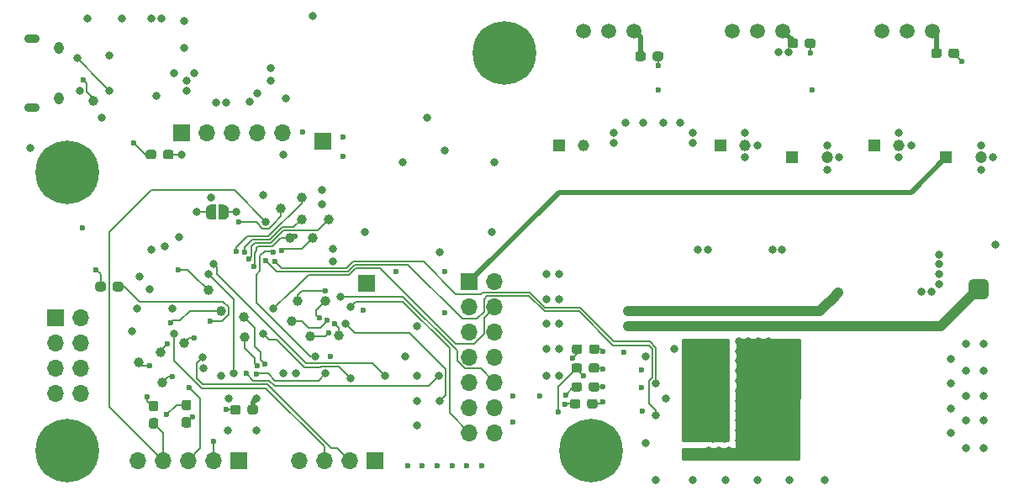
<source format=gbr>
%TF.GenerationSoftware,KiCad,Pcbnew,(5.1.10)-1*%
%TF.CreationDate,2021-10-12T11:10:30+01:00*%
%TF.ProjectId,RDH,5244482e-6b69-4636-9164-5f7063625858,rev?*%
%TF.SameCoordinates,Original*%
%TF.FileFunction,Copper,L4,Bot*%
%TF.FilePolarity,Positive*%
%FSLAX46Y46*%
G04 Gerber Fmt 4.6, Leading zero omitted, Abs format (unit mm)*
G04 Created by KiCad (PCBNEW (5.1.10)-1) date 2021-10-12 11:10:30*
%MOMM*%
%LPD*%
G01*
G04 APERTURE LIST*
%TA.AperFunction,SMDPad,CuDef*%
%ADD10C,1.000000*%
%TD*%
%TA.AperFunction,ComponentPad*%
%ADD11R,1.700000X1.700000*%
%TD*%
%TA.AperFunction,ComponentPad*%
%ADD12O,1.700000X1.700000*%
%TD*%
%TA.AperFunction,ComponentPad*%
%ADD13O,1.550000X0.890000*%
%TD*%
%TA.AperFunction,ComponentPad*%
%ADD14O,0.950000X1.250000*%
%TD*%
%TA.AperFunction,ComponentPad*%
%ADD15C,0.800000*%
%TD*%
%TA.AperFunction,ComponentPad*%
%ADD16C,6.400000*%
%TD*%
%TA.AperFunction,ComponentPad*%
%ADD17C,1.150000*%
%TD*%
%TA.AperFunction,ComponentPad*%
%ADD18R,1.150000X1.150000*%
%TD*%
%TA.AperFunction,ComponentPad*%
%ADD19C,1.200000*%
%TD*%
%TA.AperFunction,ComponentPad*%
%ADD20R,1.200000X1.200000*%
%TD*%
%TA.AperFunction,ComponentPad*%
%ADD21C,1.500000*%
%TD*%
%TA.AperFunction,SMDPad,CuDef*%
%ADD22C,0.100000*%
%TD*%
%TA.AperFunction,ViaPad*%
%ADD23C,0.600000*%
%TD*%
%TA.AperFunction,ViaPad*%
%ADD24C,0.800000*%
%TD*%
%TA.AperFunction,Conductor*%
%ADD25C,0.500000*%
%TD*%
%TA.AperFunction,Conductor*%
%ADD26C,0.200000*%
%TD*%
%TA.AperFunction,Conductor*%
%ADD27C,0.160000*%
%TD*%
%TA.AperFunction,Conductor*%
%ADD28C,1.000000*%
%TD*%
%TA.AperFunction,Conductor*%
%ADD29C,0.254000*%
%TD*%
%TA.AperFunction,Conductor*%
%ADD30C,0.100000*%
%TD*%
G04 APERTURE END LIST*
D10*
%TO.P,id,1*%
%TO.N,Net-(J4-Pad4)*%
X32600000Y-59800000D03*
%TD*%
D11*
%TO.P,J5,1*%
%TO.N,+3V3*%
X47250000Y-96000000D03*
D12*
%TO.P,J5,2*%
%TO.N,IR_TX*%
X44710000Y-96000000D03*
%TO.P,J5,3*%
%TO.N,IR_RX*%
X42170000Y-96000000D03*
%TO.P,J5,4*%
%TO.N,IR_SD*%
X39630000Y-96000000D03*
%TO.P,J5,5*%
%TO.N,GND*%
X37090000Y-96000000D03*
%TD*%
%TO.P,R22,2*%
%TO.N,Net-(D23-Pad2)*%
%TA.AperFunction,SMDPad,CuDef*%
G36*
G01*
X41762500Y-91650000D02*
X42237500Y-91650000D01*
G75*
G02*
X42475000Y-91887500I0J-237500D01*
G01*
X42475000Y-92462500D01*
G75*
G02*
X42237500Y-92700000I-237500J0D01*
G01*
X41762500Y-92700000D01*
G75*
G02*
X41525000Y-92462500I0J237500D01*
G01*
X41525000Y-91887500D01*
G75*
G02*
X41762500Y-91650000I237500J0D01*
G01*
G37*
%TD.AperFunction*%
%TO.P,R22,1*%
%TO.N,+3V3*%
%TA.AperFunction,SMDPad,CuDef*%
G36*
G01*
X41762500Y-89900000D02*
X42237500Y-89900000D01*
G75*
G02*
X42475000Y-90137500I0J-237500D01*
G01*
X42475000Y-90712500D01*
G75*
G02*
X42237500Y-90950000I-237500J0D01*
G01*
X41762500Y-90950000D01*
G75*
G02*
X41525000Y-90712500I0J237500D01*
G01*
X41525000Y-90137500D01*
G75*
G02*
X41762500Y-89900000I237500J0D01*
G01*
G37*
%TD.AperFunction*%
%TD*%
%TO.P,R21,2*%
%TO.N,GND*%
%TA.AperFunction,SMDPad,CuDef*%
G36*
G01*
X48150000Y-91137500D02*
X48150000Y-90662500D01*
G75*
G02*
X48387500Y-90425000I237500J0D01*
G01*
X48962500Y-90425000D01*
G75*
G02*
X49200000Y-90662500I0J-237500D01*
G01*
X49200000Y-91137500D01*
G75*
G02*
X48962500Y-91375000I-237500J0D01*
G01*
X48387500Y-91375000D01*
G75*
G02*
X48150000Y-91137500I0J237500D01*
G01*
G37*
%TD.AperFunction*%
%TO.P,R21,1*%
%TO.N,Net-(D22-Pad1)*%
%TA.AperFunction,SMDPad,CuDef*%
G36*
G01*
X46400000Y-91137500D02*
X46400000Y-90662500D01*
G75*
G02*
X46637500Y-90425000I237500J0D01*
G01*
X47212500Y-90425000D01*
G75*
G02*
X47450000Y-90662500I0J-237500D01*
G01*
X47450000Y-91137500D01*
G75*
G02*
X47212500Y-91375000I-237500J0D01*
G01*
X46637500Y-91375000D01*
G75*
G02*
X46400000Y-91137500I0J237500D01*
G01*
G37*
%TD.AperFunction*%
%TD*%
%TO.P,R19,2*%
%TO.N,IR_SD*%
%TA.AperFunction,SMDPad,CuDef*%
G36*
G01*
X38462500Y-91750000D02*
X38937500Y-91750000D01*
G75*
G02*
X39175000Y-91987500I0J-237500D01*
G01*
X39175000Y-92562500D01*
G75*
G02*
X38937500Y-92800000I-237500J0D01*
G01*
X38462500Y-92800000D01*
G75*
G02*
X38225000Y-92562500I0J237500D01*
G01*
X38225000Y-91987500D01*
G75*
G02*
X38462500Y-91750000I237500J0D01*
G01*
G37*
%TD.AperFunction*%
%TO.P,R19,1*%
%TO.N,Net-(D20-Pad1)*%
%TA.AperFunction,SMDPad,CuDef*%
G36*
G01*
X38462500Y-90000000D02*
X38937500Y-90000000D01*
G75*
G02*
X39175000Y-90237500I0J-237500D01*
G01*
X39175000Y-90812500D01*
G75*
G02*
X38937500Y-91050000I-237500J0D01*
G01*
X38462500Y-91050000D01*
G75*
G02*
X38225000Y-90812500I0J237500D01*
G01*
X38225000Y-90237500D01*
G75*
G02*
X38462500Y-90000000I237500J0D01*
G01*
G37*
%TD.AperFunction*%
%TD*%
%TO.P,REF\u002A\u002A,8*%
%TO.N,N/C*%
X31340000Y-89220000D03*
%TO.P,REF\u002A\u002A,7*%
X28800000Y-89220000D03*
%TO.P,REF\u002A\u002A,6*%
X31340000Y-86680000D03*
%TO.P,REF\u002A\u002A,5*%
X28800000Y-86680000D03*
%TO.P,REF\u002A\u002A,4*%
X31340000Y-84140000D03*
%TO.P,REF\u002A\u002A,3*%
X28800000Y-84140000D03*
%TO.P,REF\u002A\u002A,2*%
%TO.N,GND*%
X31340000Y-81600000D03*
D11*
%TO.P,REF\u002A\u002A,1*%
%TO.N,+3V3*%
X28800000Y-81600000D03*
%TD*%
%TO.P,R23,2*%
%TO.N,Net-(D24-Pad2)*%
%TA.AperFunction,SMDPad,CuDef*%
G36*
G01*
X33875000Y-78262500D02*
X33875000Y-78737500D01*
G75*
G02*
X33637500Y-78975000I-237500J0D01*
G01*
X33062500Y-78975000D01*
G75*
G02*
X32825000Y-78737500I0J237500D01*
G01*
X32825000Y-78262500D01*
G75*
G02*
X33062500Y-78025000I237500J0D01*
G01*
X33637500Y-78025000D01*
G75*
G02*
X33875000Y-78262500I0J-237500D01*
G01*
G37*
%TD.AperFunction*%
%TO.P,R23,1*%
%TO.N,ERROR_LED*%
%TA.AperFunction,SMDPad,CuDef*%
G36*
G01*
X35625000Y-78262500D02*
X35625000Y-78737500D01*
G75*
G02*
X35387500Y-78975000I-237500J0D01*
G01*
X34812500Y-78975000D01*
G75*
G02*
X34575000Y-78737500I0J237500D01*
G01*
X34575000Y-78262500D01*
G75*
G02*
X34812500Y-78025000I237500J0D01*
G01*
X35387500Y-78025000D01*
G75*
G02*
X35625000Y-78262500I0J-237500D01*
G01*
G37*
%TD.AperFunction*%
%TD*%
%TO.P,R20,2*%
%TO.N,Net-(D21-Pad2)*%
%TA.AperFunction,SMDPad,CuDef*%
G36*
G01*
X118750000Y-55237500D02*
X118750000Y-54762500D01*
G75*
G02*
X118987500Y-54525000I237500J0D01*
G01*
X119562500Y-54525000D01*
G75*
G02*
X119800000Y-54762500I0J-237500D01*
G01*
X119800000Y-55237500D01*
G75*
G02*
X119562500Y-55475000I-237500J0D01*
G01*
X118987500Y-55475000D01*
G75*
G02*
X118750000Y-55237500I0J237500D01*
G01*
G37*
%TD.AperFunction*%
%TO.P,R20,1*%
%TO.N,+12V*%
%TA.AperFunction,SMDPad,CuDef*%
G36*
G01*
X117000000Y-55237500D02*
X117000000Y-54762500D01*
G75*
G02*
X117237500Y-54525000I237500J0D01*
G01*
X117812500Y-54525000D01*
G75*
G02*
X118050000Y-54762500I0J-237500D01*
G01*
X118050000Y-55237500D01*
G75*
G02*
X117812500Y-55475000I-237500J0D01*
G01*
X117237500Y-55475000D01*
G75*
G02*
X117000000Y-55237500I0J237500D01*
G01*
G37*
%TD.AperFunction*%
%TD*%
%TO.P,R18,2*%
%TO.N,Net-(D19-Pad2)*%
%TA.AperFunction,SMDPad,CuDef*%
G36*
G01*
X88950000Y-55537500D02*
X88950000Y-55062500D01*
G75*
G02*
X89187500Y-54825000I237500J0D01*
G01*
X89762500Y-54825000D01*
G75*
G02*
X90000000Y-55062500I0J-237500D01*
G01*
X90000000Y-55537500D01*
G75*
G02*
X89762500Y-55775000I-237500J0D01*
G01*
X89187500Y-55775000D01*
G75*
G02*
X88950000Y-55537500I0J237500D01*
G01*
G37*
%TD.AperFunction*%
%TO.P,R18,1*%
%TO.N,+5V*%
%TA.AperFunction,SMDPad,CuDef*%
G36*
G01*
X87200000Y-55537500D02*
X87200000Y-55062500D01*
G75*
G02*
X87437500Y-54825000I237500J0D01*
G01*
X88012500Y-54825000D01*
G75*
G02*
X88250000Y-55062500I0J-237500D01*
G01*
X88250000Y-55537500D01*
G75*
G02*
X88012500Y-55775000I-237500J0D01*
G01*
X87437500Y-55775000D01*
G75*
G02*
X87200000Y-55537500I0J237500D01*
G01*
G37*
%TD.AperFunction*%
%TD*%
%TO.P,R17,2*%
%TO.N,Net-(D18-Pad2)*%
%TA.AperFunction,SMDPad,CuDef*%
G36*
G01*
X38950000Y-64962500D02*
X38950000Y-65437500D01*
G75*
G02*
X38712500Y-65675000I-237500J0D01*
G01*
X38137500Y-65675000D01*
G75*
G02*
X37900000Y-65437500I0J237500D01*
G01*
X37900000Y-64962500D01*
G75*
G02*
X38137500Y-64725000I237500J0D01*
G01*
X38712500Y-64725000D01*
G75*
G02*
X38950000Y-64962500I0J-237500D01*
G01*
G37*
%TD.AperFunction*%
%TO.P,R17,1*%
%TO.N,+3V3*%
%TA.AperFunction,SMDPad,CuDef*%
G36*
G01*
X40700000Y-64962500D02*
X40700000Y-65437500D01*
G75*
G02*
X40462500Y-65675000I-237500J0D01*
G01*
X39887500Y-65675000D01*
G75*
G02*
X39650000Y-65437500I0J237500D01*
G01*
X39650000Y-64962500D01*
G75*
G02*
X39887500Y-64725000I237500J0D01*
G01*
X40462500Y-64725000D01*
G75*
G02*
X40700000Y-64962500I0J-237500D01*
G01*
G37*
%TD.AperFunction*%
%TD*%
%TO.P,R16,2*%
%TO.N,OUT_4*%
%TA.AperFunction,SMDPad,CuDef*%
G36*
G01*
X81650000Y-90062500D02*
X81650000Y-90537500D01*
G75*
G02*
X81412500Y-90775000I-237500J0D01*
G01*
X80837500Y-90775000D01*
G75*
G02*
X80600000Y-90537500I0J237500D01*
G01*
X80600000Y-90062500D01*
G75*
G02*
X80837500Y-89825000I237500J0D01*
G01*
X81412500Y-89825000D01*
G75*
G02*
X81650000Y-90062500I0J-237500D01*
G01*
G37*
%TD.AperFunction*%
%TO.P,R16,1*%
%TO.N,Net-(D17-Pad2)*%
%TA.AperFunction,SMDPad,CuDef*%
G36*
G01*
X83400000Y-90062500D02*
X83400000Y-90537500D01*
G75*
G02*
X83162500Y-90775000I-237500J0D01*
G01*
X82587500Y-90775000D01*
G75*
G02*
X82350000Y-90537500I0J237500D01*
G01*
X82350000Y-90062500D01*
G75*
G02*
X82587500Y-89825000I237500J0D01*
G01*
X83162500Y-89825000D01*
G75*
G02*
X83400000Y-90062500I0J-237500D01*
G01*
G37*
%TD.AperFunction*%
%TD*%
%TO.P,R15,2*%
%TO.N,OUT_3*%
%TA.AperFunction,SMDPad,CuDef*%
G36*
G01*
X81825000Y-88362500D02*
X81825000Y-88837500D01*
G75*
G02*
X81587500Y-89075000I-237500J0D01*
G01*
X81012500Y-89075000D01*
G75*
G02*
X80775000Y-88837500I0J237500D01*
G01*
X80775000Y-88362500D01*
G75*
G02*
X81012500Y-88125000I237500J0D01*
G01*
X81587500Y-88125000D01*
G75*
G02*
X81825000Y-88362500I0J-237500D01*
G01*
G37*
%TD.AperFunction*%
%TO.P,R15,1*%
%TO.N,Net-(D16-Pad2)*%
%TA.AperFunction,SMDPad,CuDef*%
G36*
G01*
X83575000Y-88362500D02*
X83575000Y-88837500D01*
G75*
G02*
X83337500Y-89075000I-237500J0D01*
G01*
X82762500Y-89075000D01*
G75*
G02*
X82525000Y-88837500I0J237500D01*
G01*
X82525000Y-88362500D01*
G75*
G02*
X82762500Y-88125000I237500J0D01*
G01*
X83337500Y-88125000D01*
G75*
G02*
X83575000Y-88362500I0J-237500D01*
G01*
G37*
%TD.AperFunction*%
%TD*%
%TO.P,R14,2*%
%TO.N,OUT_2*%
%TA.AperFunction,SMDPad,CuDef*%
G36*
G01*
X81825000Y-86462500D02*
X81825000Y-86937500D01*
G75*
G02*
X81587500Y-87175000I-237500J0D01*
G01*
X81012500Y-87175000D01*
G75*
G02*
X80775000Y-86937500I0J237500D01*
G01*
X80775000Y-86462500D01*
G75*
G02*
X81012500Y-86225000I237500J0D01*
G01*
X81587500Y-86225000D01*
G75*
G02*
X81825000Y-86462500I0J-237500D01*
G01*
G37*
%TD.AperFunction*%
%TO.P,R14,1*%
%TO.N,Net-(D15-Pad2)*%
%TA.AperFunction,SMDPad,CuDef*%
G36*
G01*
X83575000Y-86462500D02*
X83575000Y-86937500D01*
G75*
G02*
X83337500Y-87175000I-237500J0D01*
G01*
X82762500Y-87175000D01*
G75*
G02*
X82525000Y-86937500I0J237500D01*
G01*
X82525000Y-86462500D01*
G75*
G02*
X82762500Y-86225000I237500J0D01*
G01*
X83337500Y-86225000D01*
G75*
G02*
X83575000Y-86462500I0J-237500D01*
G01*
G37*
%TD.AperFunction*%
%TD*%
%TO.P,R6,2*%
%TO.N,OUT_1*%
%TA.AperFunction,SMDPad,CuDef*%
G36*
G01*
X81850000Y-84562500D02*
X81850000Y-85037500D01*
G75*
G02*
X81612500Y-85275000I-237500J0D01*
G01*
X81037500Y-85275000D01*
G75*
G02*
X80800000Y-85037500I0J237500D01*
G01*
X80800000Y-84562500D01*
G75*
G02*
X81037500Y-84325000I237500J0D01*
G01*
X81612500Y-84325000D01*
G75*
G02*
X81850000Y-84562500I0J-237500D01*
G01*
G37*
%TD.AperFunction*%
%TO.P,R6,1*%
%TO.N,Net-(D14-Pad2)*%
%TA.AperFunction,SMDPad,CuDef*%
G36*
G01*
X83600000Y-84562500D02*
X83600000Y-85037500D01*
G75*
G02*
X83362500Y-85275000I-237500J0D01*
G01*
X82787500Y-85275000D01*
G75*
G02*
X82550000Y-85037500I0J237500D01*
G01*
X82550000Y-84562500D01*
G75*
G02*
X82787500Y-84325000I237500J0D01*
G01*
X83362500Y-84325000D01*
G75*
G02*
X83600000Y-84562500I0J-237500D01*
G01*
G37*
%TD.AperFunction*%
%TD*%
%TO.P,R5,2*%
%TO.N,Net-(D13-Pad2)*%
%TA.AperFunction,SMDPad,CuDef*%
G36*
G01*
X104275000Y-54237500D02*
X104275000Y-53762500D01*
G75*
G02*
X104512500Y-53525000I237500J0D01*
G01*
X105087500Y-53525000D01*
G75*
G02*
X105325000Y-53762500I0J-237500D01*
G01*
X105325000Y-54237500D01*
G75*
G02*
X105087500Y-54475000I-237500J0D01*
G01*
X104512500Y-54475000D01*
G75*
G02*
X104275000Y-54237500I0J237500D01*
G01*
G37*
%TD.AperFunction*%
%TO.P,R5,1*%
%TO.N,JRK_12V*%
%TA.AperFunction,SMDPad,CuDef*%
G36*
G01*
X102525000Y-54237500D02*
X102525000Y-53762500D01*
G75*
G02*
X102762500Y-53525000I237500J0D01*
G01*
X103337500Y-53525000D01*
G75*
G02*
X103575000Y-53762500I0J-237500D01*
G01*
X103575000Y-54237500D01*
G75*
G02*
X103337500Y-54475000I-237500J0D01*
G01*
X102762500Y-54475000D01*
G75*
G02*
X102525000Y-54237500I0J237500D01*
G01*
G37*
%TD.AperFunction*%
%TD*%
%TO.P,J9,1*%
%TO.N,MCO*%
X60100000Y-78200000D03*
%TD*%
%TO.P,J6,1*%
%TO.N,SWO*%
X55700000Y-63900000D03*
%TD*%
D13*
%TO.P,J4,6*%
%TO.N,USB_SHD*%
X26450000Y-60500000D03*
X26450000Y-53500000D03*
D14*
X29150000Y-59500000D03*
X29150000Y-54500000D03*
%TD*%
D15*
%TO.P,H4,1*%
%TO.N,GND*%
X84447056Y-93302944D03*
X82750000Y-92600000D03*
X81052944Y-93302944D03*
X80350000Y-95000000D03*
X81052944Y-96697056D03*
X82750000Y-97400000D03*
X84447056Y-96697056D03*
X85150000Y-95000000D03*
D16*
X82750000Y-95000000D03*
%TD*%
D15*
%TO.P,H3,1*%
%TO.N,GND*%
X75697056Y-53302944D03*
X74000000Y-52600000D03*
X72302944Y-53302944D03*
X71600000Y-55000000D03*
X72302944Y-56697056D03*
X74000000Y-57400000D03*
X75697056Y-56697056D03*
X76400000Y-55000000D03*
D16*
X74000000Y-55000000D03*
%TD*%
D15*
%TO.P,H2,1*%
%TO.N,GND*%
X31697056Y-93302944D03*
X30000000Y-92600000D03*
X28302944Y-93302944D03*
X27600000Y-95000000D03*
X28302944Y-96697056D03*
X30000000Y-97400000D03*
X31697056Y-96697056D03*
X32400000Y-95000000D03*
D16*
X30000000Y-95000000D03*
%TD*%
D15*
%TO.P,H1,1*%
%TO.N,GND*%
X31697056Y-65302944D03*
X30000000Y-64600000D03*
X28302944Y-65302944D03*
X27600000Y-67000000D03*
X28302944Y-68697056D03*
X30000000Y-69400000D03*
X31697056Y-68697056D03*
X32400000Y-67000000D03*
D16*
X30000000Y-67000000D03*
%TD*%
D10*
%TO.P,TP20,1*%
%TO.N,PC15*%
X44175000Y-78875000D03*
%TD*%
%TO.P,TP19,1*%
%TO.N,PB15*%
X56000000Y-79925000D03*
%TD*%
%TO.P,TP18,1*%
%TO.N,PB14*%
X52625000Y-82000000D03*
%TD*%
%TO.P,TP17,1*%
%TO.N,PB13*%
X57300000Y-83450000D03*
%TD*%
%TO.P,TP16,1*%
%TO.N,PB12*%
X54450000Y-83525000D03*
%TD*%
%TO.P,TP15,1*%
%TO.N,PB7*%
X51525000Y-70625000D03*
%TD*%
%TO.P,TP14,1*%
%TO.N,PB6*%
X53600000Y-69575000D03*
%TD*%
%TO.P,TP13,1*%
%TO.N,PB5*%
X53600000Y-71700000D03*
%TD*%
%TO.P,TP12,1*%
%TO.N,PB4*%
X56325000Y-71700000D03*
%TD*%
%TO.P,TP11,1*%
%TO.N,SWO*%
X52450000Y-73575000D03*
%TD*%
%TO.P,TP10,1*%
%TO.N,PB1*%
X47800000Y-81525000D03*
%TD*%
%TO.P,TP9,1*%
%TO.N,PB0*%
X47850000Y-83575000D03*
%TD*%
%TO.P,TP8,1*%
%TO.N,PA15*%
X54725000Y-73575000D03*
%TD*%
%TO.P,TP7,1*%
%TO.N,MCO*%
X53200000Y-79925000D03*
%TD*%
%TO.P,TP6,1*%
%TO.N,PA7*%
X41800000Y-84150000D03*
%TD*%
%TO.P,TP5,1*%
%TO.N,PA6*%
X39375000Y-85150000D03*
%TD*%
%TO.P,TP4,1*%
%TO.N,PA5*%
X37225000Y-86100000D03*
%TD*%
%TO.P,TP3,1*%
%TO.N,PA4*%
X39525000Y-88200000D03*
%TD*%
%TO.P,TP1,1*%
%TO.N,PA0*%
X45525000Y-80925000D03*
%TD*%
D17*
%TO.P,C5,2*%
%TO.N,GND*%
X113750000Y-64250000D03*
D18*
%TO.P,C5,1*%
%TO.N,+BATT*%
X111250000Y-64250000D03*
%TD*%
%TO.P,C7,1*%
%TO.N,+BATT*%
X95750000Y-64250000D03*
D17*
%TO.P,C7,2*%
%TO.N,GND*%
X98250000Y-64250000D03*
%TD*%
D19*
%TO.P,C9,2*%
%TO.N,GND*%
X122000000Y-65500000D03*
D20*
%TO.P,C9,1*%
%TO.N,+12V*%
X118500000Y-65500000D03*
%TD*%
D18*
%TO.P,C13,1*%
%TO.N,+BATT*%
X79500000Y-64250000D03*
D17*
%TO.P,C13,2*%
%TO.N,GND*%
X82000000Y-64250000D03*
%TD*%
D20*
%TO.P,C17,1*%
%TO.N,JRK_12V*%
X103000000Y-65500000D03*
D19*
%TO.P,C17,2*%
%TO.N,GND*%
X106500000Y-65500000D03*
%TD*%
D21*
%TO.P,J1,3*%
%TO.N,+5V*%
X87080000Y-52750000D03*
%TO.P,J1,2*%
%TO.N,GND*%
X84540000Y-52750000D03*
%TO.P,J1,1*%
%TO.N,+BATT*%
X82000000Y-52750000D03*
%TD*%
%TO.P,J2,1*%
%TO.N,+BATT*%
X112000000Y-52750000D03*
%TO.P,J2,2*%
%TO.N,GND*%
X114540000Y-52750000D03*
%TO.P,J2,3*%
%TO.N,+12V*%
X117080000Y-52750000D03*
%TD*%
%TO.P,J3,1*%
%TO.N,+BATT*%
X97000000Y-52750000D03*
%TO.P,J3,2*%
%TO.N,GND*%
X99540000Y-52750000D03*
%TO.P,J3,3*%
%TO.N,JRK_12V*%
X102080000Y-52750000D03*
%TD*%
D12*
%TO.P,J7,5*%
%TO.N,GND*%
X51660000Y-63000000D03*
%TO.P,J7,4*%
%TO.N,Net-(J7-Pad4)*%
X49120000Y-63000000D03*
%TO.P,J7,3*%
%TO.N,Net-(J7-Pad3)*%
X46580000Y-63000000D03*
%TO.P,J7,2*%
%TO.N,NRST*%
X44040000Y-63000000D03*
D11*
%TO.P,J7,1*%
%TO.N,+3V3*%
X41500000Y-63000000D03*
%TD*%
%TO.P,J8,1*%
%TO.N,+12V*%
X70500000Y-78000000D03*
D12*
%TO.P,J8,2*%
%TO.N,ENC_HV_BIT1*%
X73040000Y-78000000D03*
%TO.P,J8,3*%
%TO.N,Net-(J8-Pad3)*%
X70500000Y-80540000D03*
%TO.P,J8,4*%
%TO.N,ENC_HV_BIT3*%
X73040000Y-80540000D03*
%TO.P,J8,5*%
%TO.N,ENC_HV_BIT0*%
X70500000Y-83080000D03*
%TO.P,J8,6*%
%TO.N,ENC_HV_BIT5*%
X73040000Y-83080000D03*
%TO.P,J8,7*%
%TO.N,ENC_HV_BIT2*%
X70500000Y-85620000D03*
%TO.P,J8,8*%
%TO.N,ENC_HV_BIT7*%
X73040000Y-85620000D03*
%TO.P,J8,9*%
%TO.N,ENC_HV_BIT4*%
X70500000Y-88160000D03*
%TO.P,J8,10*%
%TO.N,ENC_HV_BIT9*%
X73040000Y-88160000D03*
%TO.P,J8,11*%
%TO.N,ENC_HV_BIT6*%
X70500000Y-90700000D03*
%TO.P,J8,12*%
%TO.N,Net-(J8-Pad12)*%
X73040000Y-90700000D03*
%TO.P,J8,13*%
%TO.N,ENC_HV_BIT8*%
X70500000Y-93240000D03*
%TO.P,J8,14*%
%TO.N,GND*%
X73040000Y-93240000D03*
%TD*%
D11*
%TO.P,J13,1*%
%TO.N,+3V3*%
X60960000Y-96012000D03*
D12*
%TO.P,J13,2*%
%TO.N,UART2_RX*%
X58420000Y-96012000D03*
%TO.P,J13,3*%
%TO.N,UART2_TX*%
X55880000Y-96012000D03*
%TO.P,J13,4*%
%TO.N,GND*%
X53340000Y-96012000D03*
%TD*%
%TA.AperFunction,SMDPad,CuDef*%
D22*
%TO.P,JP1,1*%
%TO.N,+3V3*%
G36*
X44950000Y-71750000D02*
G01*
X44450000Y-71750000D01*
X44450000Y-71749398D01*
X44425466Y-71749398D01*
X44376635Y-71744588D01*
X44328510Y-71735016D01*
X44281555Y-71720772D01*
X44236222Y-71701995D01*
X44192949Y-71678864D01*
X44152150Y-71651604D01*
X44114221Y-71620476D01*
X44079524Y-71585779D01*
X44048396Y-71547850D01*
X44021136Y-71507051D01*
X43998005Y-71463778D01*
X43979228Y-71418445D01*
X43964984Y-71371490D01*
X43955412Y-71323365D01*
X43950602Y-71274534D01*
X43950602Y-71250000D01*
X43950000Y-71250000D01*
X43950000Y-70750000D01*
X43950602Y-70750000D01*
X43950602Y-70725466D01*
X43955412Y-70676635D01*
X43964984Y-70628510D01*
X43979228Y-70581555D01*
X43998005Y-70536222D01*
X44021136Y-70492949D01*
X44048396Y-70452150D01*
X44079524Y-70414221D01*
X44114221Y-70379524D01*
X44152150Y-70348396D01*
X44192949Y-70321136D01*
X44236222Y-70298005D01*
X44281555Y-70279228D01*
X44328510Y-70264984D01*
X44376635Y-70255412D01*
X44425466Y-70250602D01*
X44450000Y-70250602D01*
X44450000Y-70250000D01*
X44950000Y-70250000D01*
X44950000Y-71750000D01*
G37*
%TD.AperFunction*%
%TA.AperFunction,SMDPad,CuDef*%
%TO.P,JP1,2*%
%TO.N,BOOT0*%
G36*
X45750000Y-70250602D02*
G01*
X45774534Y-70250602D01*
X45823365Y-70255412D01*
X45871490Y-70264984D01*
X45918445Y-70279228D01*
X45963778Y-70298005D01*
X46007051Y-70321136D01*
X46047850Y-70348396D01*
X46085779Y-70379524D01*
X46120476Y-70414221D01*
X46151604Y-70452150D01*
X46178864Y-70492949D01*
X46201995Y-70536222D01*
X46220772Y-70581555D01*
X46235016Y-70628510D01*
X46244588Y-70676635D01*
X46249398Y-70725466D01*
X46249398Y-70750000D01*
X46250000Y-70750000D01*
X46250000Y-71250000D01*
X46249398Y-71250000D01*
X46249398Y-71274534D01*
X46244588Y-71323365D01*
X46235016Y-71371490D01*
X46220772Y-71418445D01*
X46201995Y-71463778D01*
X46178864Y-71507051D01*
X46151604Y-71547850D01*
X46120476Y-71585779D01*
X46085779Y-71620476D01*
X46047850Y-71651604D01*
X46007051Y-71678864D01*
X45963778Y-71701995D01*
X45918445Y-71720772D01*
X45871490Y-71735016D01*
X45823365Y-71744588D01*
X45774534Y-71749398D01*
X45750000Y-71749398D01*
X45750000Y-71750000D01*
X45250000Y-71750000D01*
X45250000Y-70250000D01*
X45750000Y-70250000D01*
X45750000Y-70250602D01*
G37*
%TD.AperFunction*%
%TD*%
D23*
%TO.N,GND*%
X89500000Y-58700000D03*
X105000000Y-58700000D03*
X86000000Y-85100000D03*
X87800000Y-86900000D03*
X87800000Y-88700000D03*
X87900000Y-91000000D03*
D24*
X33500000Y-61500000D03*
X26250000Y-64500000D03*
X32000000Y-51500000D03*
X35500000Y-51500000D03*
X49000000Y-93000000D03*
X49000000Y-89750000D03*
X46250000Y-89750000D03*
D23*
X71750000Y-96500000D03*
X70250000Y-96500000D03*
X68750000Y-96500000D03*
X67250000Y-96500000D03*
X65750000Y-96500000D03*
X64250000Y-96500000D03*
D24*
X102750000Y-98000000D03*
X99500000Y-98000000D03*
X96250000Y-98000000D03*
X93000000Y-98000000D03*
X90250000Y-89750000D03*
X95000000Y-90800000D03*
X95000000Y-91800000D03*
X95000000Y-92800000D03*
X95000000Y-93800000D03*
X95000000Y-85750000D03*
X95000000Y-88800000D03*
X95000000Y-89800000D03*
X95000000Y-84750000D03*
X95000000Y-86750000D03*
X95000000Y-87750000D03*
X115000000Y-64250000D03*
X123250000Y-65500000D03*
X106500000Y-64250000D03*
X101000000Y-74750000D03*
X102000000Y-74750000D03*
X42750000Y-57000000D03*
X51750000Y-65250000D03*
X37000000Y-80750000D03*
X34250000Y-55250000D03*
X72750000Y-73000000D03*
X73000000Y-66000000D03*
X66250000Y-61500000D03*
X67500000Y-75000000D03*
X63750000Y-66000000D03*
X55650000Y-68750000D03*
X38500000Y-74750000D03*
X56750000Y-76000000D03*
X51750000Y-87250000D03*
X38250000Y-78750000D03*
X40594384Y-80750000D03*
X39817500Y-74432500D03*
X119000000Y-85750000D03*
X119000000Y-88250000D03*
X119000000Y-90750000D03*
X119000000Y-93250000D03*
X120500000Y-94750000D03*
X122250000Y-94750000D03*
X120500000Y-92000000D03*
X122250000Y-92000000D03*
X120500000Y-89500000D03*
X122250000Y-89500000D03*
X120500000Y-87000000D03*
X122250000Y-87000000D03*
X120500000Y-84250000D03*
X122250000Y-84250000D03*
X65250000Y-82500000D03*
X64000000Y-85500000D03*
X65250000Y-87500000D03*
X65250000Y-90000000D03*
X65250000Y-92500000D03*
X78250000Y-87500000D03*
X79500000Y-87500000D03*
X78250000Y-84750000D03*
X79500000Y-84750000D03*
X78250000Y-82250000D03*
X79500000Y-82250000D03*
X78250000Y-79750000D03*
X79500000Y-79750000D03*
X78250000Y-77250000D03*
X79500000Y-77250000D03*
X42000000Y-57750000D03*
X42000000Y-58750000D03*
X90000000Y-62000000D03*
X91750000Y-62000000D03*
X93000000Y-63000000D03*
X93000000Y-64000000D03*
X52000000Y-59500000D03*
X43750000Y-86750000D03*
X106500000Y-66750000D03*
X107750000Y-65500000D03*
X113750000Y-65500000D03*
X113750000Y-63000000D03*
X122000000Y-64250000D03*
X122000000Y-66750000D03*
X98250000Y-65500000D03*
X98250000Y-63000000D03*
X99500000Y-64250000D03*
X49750000Y-69250000D03*
X44500000Y-69500000D03*
X50500000Y-56500000D03*
X39000000Y-59250000D03*
X40750000Y-57000000D03*
X41750000Y-51750000D03*
X41750000Y-54500000D03*
X50500000Y-57750000D03*
X54750000Y-51250000D03*
X123500000Y-74250000D03*
X96200000Y-84750000D03*
X96200000Y-85750000D03*
X96200000Y-88800000D03*
X96200000Y-89800000D03*
X96200000Y-93800000D03*
X96200000Y-86750000D03*
X96200000Y-87750000D03*
X46200000Y-93000000D03*
X96200000Y-90800000D03*
X96200000Y-91800000D03*
X96200000Y-92800000D03*
X91100000Y-84800000D03*
X106250000Y-98000000D03*
X89250000Y-98000000D03*
X31250000Y-58750000D03*
D23*
X57800000Y-63400000D03*
X57800000Y-65400000D03*
X53700000Y-62900000D03*
X31550000Y-72550000D03*
X56500000Y-85500000D03*
X59800000Y-80900000D03*
X63100000Y-77000000D03*
X68000000Y-81100000D03*
X68000000Y-77000000D03*
X74900000Y-92100000D03*
X77600000Y-89500000D03*
X74900000Y-89500000D03*
D24*
%TO.N,+5V*%
X85000000Y-64000000D03*
X85000000Y-63000000D03*
X86250000Y-62000000D03*
X88000000Y-62000000D03*
X38500000Y-51500000D03*
X39500000Y-51500000D03*
X49100000Y-59000000D03*
X48400000Y-59900000D03*
D23*
%TO.N,+3V3*%
X40000000Y-91400000D03*
D24*
X41250000Y-73500000D03*
X88250000Y-94250000D03*
X88250000Y-85500000D03*
X41500000Y-65250000D03*
X36500000Y-83000000D03*
X68000000Y-64750000D03*
X60000000Y-73000000D03*
X43000000Y-71000000D03*
X45000000Y-60000000D03*
X46000000Y-60000000D03*
X37250000Y-77500000D03*
X55650000Y-70250000D03*
X56750000Y-74682500D03*
X45500000Y-87500000D03*
X53000000Y-87250000D03*
%TO.N,+BATT*%
X122250000Y-79250000D03*
X121250000Y-79250000D03*
X122250000Y-78250000D03*
X121250000Y-78250000D03*
X86500000Y-82500000D03*
X87500000Y-82500000D03*
X117750000Y-75250000D03*
X117750000Y-78250000D03*
X117750000Y-77250000D03*
X117750000Y-76250000D03*
X117000000Y-79000000D03*
X116000000Y-79000000D03*
X120625000Y-79875000D03*
%TO.N,+12V*%
X107625000Y-79125000D03*
X107000000Y-79750000D03*
X106375000Y-80375000D03*
X105750000Y-81000000D03*
X86500000Y-81000000D03*
X87500000Y-81000000D03*
%TO.N,JRK_12V*%
X94500000Y-74750000D03*
X93500000Y-74750000D03*
X101600000Y-54864000D03*
X102616000Y-54864000D03*
%TO.N,ENC_HV_BIT3*%
X50750000Y-80750000D03*
%TO.N,ENC_HV_BIT4*%
X67400000Y-87500000D03*
D23*
X48000000Y-87250000D03*
D24*
%TO.N,ENC_HV_BIT5*%
X56000000Y-87250000D03*
D23*
X49050000Y-87325000D03*
D24*
%TO.N,ENC_HV_BIT6*%
X67500000Y-90000000D03*
X58000000Y-82250000D03*
%TO.N,ENC_HV_BIT8*%
X58500000Y-80500000D03*
%TO.N,ENC_HV_BIT9*%
X57500000Y-79500000D03*
%TO.N,Net-(D11-Pad2)*%
X31000000Y-55500000D03*
X34250000Y-58750000D03*
D23*
%TO.N,IR_TX*%
X44710000Y-94110000D03*
%TO.N,IR_RX*%
X42300000Y-88700000D03*
D24*
%TO.N,IR_SD*%
X50000000Y-72000000D03*
D23*
%TO.N,PB0*%
X49100000Y-86450000D03*
%TO.N,PB1*%
X49875000Y-86275000D03*
%TO.N,PB4*%
X48250000Y-75750000D03*
%TO.N,PA0*%
X40400000Y-82175000D03*
%TO.N,PB5*%
X47850000Y-75025000D03*
%TO.N,PB6*%
X47025000Y-74925000D03*
%TO.N,PA4*%
X40553180Y-87600000D03*
%TO.N,PB7*%
X47250000Y-72000000D03*
%TO.N,PA5*%
X38275000Y-86475000D03*
%TO.N,PB12*%
X56350000Y-83150000D03*
%TO.N,PA6*%
X40050000Y-84300000D03*
%TO.N,PB13*%
X56875000Y-82225000D03*
%TO.N,PA7*%
X42750000Y-83650000D03*
%TO.N,PB14*%
X56150000Y-81900000D03*
%TO.N,PB15*%
X55375000Y-81675000D03*
%TO.N,PA15*%
X51600000Y-74825000D03*
%TO.N,PC15*%
X41150000Y-76825000D03*
D24*
%TO.N,UART2_RX*%
X43625000Y-85650000D03*
%TO.N,UART2_TX*%
X40750000Y-83250000D03*
%TO.N,BOOT0*%
X47000000Y-71000000D03*
D23*
%TO.N,ST_3-4*%
X49950000Y-75900000D03*
D24*
X89250000Y-91500000D03*
%TO.N,ST_1-2*%
X89250000Y-88250000D03*
D23*
X50900000Y-76000000D03*
D24*
%TO.N,OUT_1*%
X62000000Y-87500000D03*
X44750000Y-76217150D03*
D23*
X80900000Y-85700000D03*
%TO.N,OUT_2*%
X79400000Y-91100000D03*
D24*
X44250000Y-77250000D03*
X46750000Y-87250000D03*
D23*
X82000000Y-87500000D03*
D24*
%TO.N,OUT_3*%
X58500000Y-87750000D03*
X49750000Y-83250000D03*
D23*
X80173719Y-89426281D03*
D24*
%TO.N,OUT_4*%
X55000000Y-85500000D03*
D23*
X50775000Y-75000000D03*
X80109980Y-90390020D03*
%TO.N,Net-(J4-Pad4)*%
X31600000Y-57700000D03*
%TO.N,SWO*%
X52900000Y-73400000D03*
X48750000Y-76450000D03*
%TO.N,MCO*%
X55950000Y-78925000D03*
D24*
%TO.N,Net-(JP6-Pad2)*%
X94600000Y-95000000D03*
X96600000Y-95000000D03*
X95600000Y-95000000D03*
X99600000Y-91000000D03*
X98600000Y-92000000D03*
X99600000Y-92000000D03*
X98600000Y-91000000D03*
X98600000Y-93000000D03*
X99600000Y-93000000D03*
X99600000Y-86000000D03*
X98600000Y-86000000D03*
X98600000Y-87000000D03*
X99600000Y-87000000D03*
X99600000Y-88000000D03*
X98600000Y-88000000D03*
X98600000Y-89000000D03*
X99600000Y-89000000D03*
X100600000Y-94000000D03*
X99600000Y-94000000D03*
X98600000Y-94000000D03*
X97600000Y-87000000D03*
X97600000Y-86000000D03*
X97600000Y-89000000D03*
X97600000Y-88000000D03*
X99600000Y-90000000D03*
X98600000Y-90000000D03*
X97600000Y-91000000D03*
X97600000Y-93000000D03*
X97600000Y-92000000D03*
X100600000Y-95000000D03*
X97600000Y-95000000D03*
X98600000Y-95000000D03*
X99600000Y-95000000D03*
X97600000Y-94000000D03*
X97600000Y-90000000D03*
X100600000Y-90000000D03*
X97600000Y-85000000D03*
X100600000Y-85000000D03*
X99600000Y-85000000D03*
X98600000Y-85000000D03*
X97600000Y-84000000D03*
X98600000Y-84000000D03*
X99600000Y-84000000D03*
X100600000Y-84000000D03*
D23*
%TO.N,Net-(D13-Pad2)*%
X104800000Y-55000000D03*
%TO.N,Net-(D14-Pad2)*%
X83900000Y-85000000D03*
%TO.N,Net-(D15-Pad2)*%
X83900000Y-86800000D03*
%TO.N,Net-(D16-Pad2)*%
X83900000Y-88600000D03*
%TO.N,Net-(D17-Pad2)*%
X83900000Y-90100000D03*
%TO.N,Net-(D18-Pad2)*%
X36700000Y-64000000D03*
%TO.N,Net-(D19-Pad2)*%
X89475000Y-56275000D03*
%TO.N,Net-(D20-Pad1)*%
X38000000Y-89600000D03*
%TO.N,Net-(D21-Pad2)*%
X120100000Y-55800000D03*
%TO.N,Net-(D22-Pad1)*%
X46000000Y-90900000D03*
%TO.N,Net-(D23-Pad2)*%
X42600000Y-91600000D03*
%TO.N,Net-(D24-Pad2)*%
X32900000Y-76800000D03*
%TO.N,ERROR_LED*%
X44400000Y-81942932D03*
%TD*%
D25*
%TO.N,GND*%
X48675000Y-90075000D02*
X49000000Y-89750000D01*
X48675000Y-90900000D02*
X48675000Y-90075000D01*
%TO.N,+5V*%
X87725000Y-53395000D02*
X87080000Y-52750000D01*
X87725000Y-55300000D02*
X87725000Y-53395000D01*
D26*
%TO.N,+3V3*%
X43000000Y-71000000D02*
X44450000Y-71000000D01*
D27*
X41450000Y-65200000D02*
X41500000Y-65250000D01*
X40175000Y-65200000D02*
X41450000Y-65200000D01*
X40975000Y-90425000D02*
X40000000Y-91400000D01*
X42000000Y-90425000D02*
X40975000Y-90425000D01*
D28*
%TO.N,+BATT*%
X86500000Y-82500000D02*
X86500000Y-82500000D01*
X87500000Y-82500000D02*
X86500000Y-82500000D01*
X118000000Y-82500000D02*
X120625000Y-79875000D01*
X87500000Y-82500000D02*
X118000000Y-82500000D01*
X121250000Y-79250000D02*
X122250000Y-79250000D01*
X122250000Y-79250000D02*
X122250000Y-78250000D01*
X121250000Y-78250000D02*
X122250000Y-78250000D01*
X121250000Y-78250000D02*
X121250000Y-79250000D01*
X120625000Y-79875000D02*
X120625000Y-79875000D01*
X120625000Y-79875000D02*
X122250000Y-78250000D01*
D25*
%TO.N,+12V*%
X70500000Y-78000000D02*
X79500000Y-69000000D01*
X115000000Y-69000000D02*
X118500000Y-65500000D01*
X89500000Y-69000000D02*
X88000000Y-69000000D01*
X79500000Y-69000000D02*
X89500000Y-69000000D01*
X89500000Y-69000000D02*
X115000000Y-69000000D01*
D28*
X105750000Y-81000000D02*
X106375000Y-80375000D01*
X86500000Y-81000000D02*
X86500000Y-81000000D01*
X107000000Y-79750000D02*
X107625000Y-79125000D01*
X106375000Y-80375000D02*
X107000000Y-79750000D01*
X105750000Y-81000000D02*
X105750000Y-81000000D01*
X86500000Y-81000000D02*
X87500000Y-81000000D01*
X87500000Y-81000000D02*
X105750000Y-81000000D01*
D25*
X117525000Y-53195000D02*
X117080000Y-52750000D01*
X117525000Y-55000000D02*
X117525000Y-53195000D01*
%TO.N,JRK_12V*%
X103050000Y-53720000D02*
X102080000Y-52750000D01*
X103050000Y-54000000D02*
X103050000Y-53720000D01*
D27*
%TO.N,ENC_HV_BIT3*%
X71949999Y-81630001D02*
X73040000Y-80540000D01*
X59065104Y-76640020D02*
X61472566Y-76640020D01*
X71949999Y-83243203D02*
X71949999Y-81630001D01*
X58385105Y-77320019D02*
X59065104Y-76640020D01*
X54279981Y-77320019D02*
X58385105Y-77320019D01*
X70943202Y-84250000D02*
X71949999Y-83243203D01*
X61472566Y-76640020D02*
X69082546Y-84250000D01*
X52700000Y-78900000D02*
X54279981Y-77320019D01*
X52600000Y-78900000D02*
X52700000Y-78900000D01*
X69082546Y-84250000D02*
X70943202Y-84250000D01*
X50750000Y-80750000D02*
X52600000Y-78900000D01*
D26*
%TO.N,ENC_HV_BIT4*%
X67400000Y-87500000D02*
X66699999Y-88200001D01*
X50891398Y-88500000D02*
X66400000Y-88500000D01*
X50341378Y-87949980D02*
X50891398Y-88500000D01*
X66400000Y-88500000D02*
X67400000Y-87500000D01*
X48699980Y-87949980D02*
X50341378Y-87949980D01*
X48000000Y-87250000D02*
X48000000Y-87250000D01*
X48000000Y-87250000D02*
X48000000Y-87250000D01*
X48000000Y-87250000D02*
X48699980Y-87949980D01*
%TO.N,ENC_HV_BIT5*%
X55299999Y-87950001D02*
X56000000Y-87250000D01*
X53450001Y-87950001D02*
X55299999Y-87950001D01*
X53799999Y-87950001D02*
X53450001Y-87950001D01*
X49050000Y-87250000D02*
X48975000Y-87175000D01*
X53450001Y-87950001D02*
X50907097Y-87950001D01*
D27*
X49125000Y-87250000D02*
X49050000Y-87325000D01*
X50207096Y-87250000D02*
X49125000Y-87250000D01*
D26*
X50907097Y-87950001D02*
X50207096Y-87250000D01*
%TO.N,ENC_HV_BIT6*%
X64486003Y-83200001D02*
X58950001Y-83200001D01*
X68100001Y-86813999D02*
X64486003Y-83200001D01*
X68100001Y-89399999D02*
X68100001Y-86813999D01*
X67500000Y-90000000D02*
X68100001Y-89399999D01*
X58950001Y-83200001D02*
X58000000Y-82250000D01*
%TO.N,ENC_HV_BIT8*%
X68500011Y-84714009D02*
X63786002Y-80000000D01*
X68500011Y-91240011D02*
X68500011Y-84714009D01*
X70500000Y-93240000D02*
X68500011Y-91240011D01*
X58500000Y-80500000D02*
X58500000Y-80500000D01*
X58500000Y-80500000D02*
X59000000Y-80000000D01*
X63786002Y-80000000D02*
X59000000Y-80000000D01*
D27*
%TO.N,ENC_HV_BIT9*%
X68581701Y-84230001D02*
X68581701Y-84256701D01*
X63766848Y-79500000D02*
X69250000Y-84983152D01*
X57500000Y-79500000D02*
X63766848Y-79500000D01*
X69250000Y-85983202D02*
X70016798Y-86750000D01*
X69250000Y-84983152D02*
X69250000Y-85983202D01*
X70016798Y-86750000D02*
X71630000Y-86750000D01*
X71630000Y-86750000D02*
X73040000Y-88160000D01*
D26*
%TO.N,Net-(D11-Pad2)*%
X31000000Y-55500000D02*
X33500000Y-58000000D01*
X33500000Y-58000000D02*
X34250000Y-58750000D01*
D27*
%TO.N,IR_TX*%
X44710000Y-96000000D02*
X44710000Y-94110000D01*
X44710000Y-94110000D02*
X44710000Y-94110000D01*
%TO.N,IR_RX*%
X42170000Y-96000000D02*
X43400000Y-94770000D01*
X43400000Y-94770000D02*
X43400000Y-90500000D01*
X43400000Y-90500000D02*
X43400000Y-89800000D01*
X43400000Y-89800000D02*
X42300000Y-88700000D01*
X42300000Y-88700000D02*
X42300000Y-88700000D01*
D26*
%TO.N,IR_SD*%
X34250000Y-73000000D02*
X34250000Y-90620000D01*
X38450001Y-68799999D02*
X34250000Y-73000000D01*
X46799999Y-68799999D02*
X38450001Y-68799999D01*
X34250000Y-90620000D02*
X39630000Y-96000000D01*
X50000000Y-72000000D02*
X46799999Y-68799999D01*
D27*
X39630000Y-93205000D02*
X38700000Y-92275000D01*
X39630000Y-96000000D02*
X39630000Y-93205000D01*
%TO.N,PB0*%
X47850000Y-83575000D02*
X47850000Y-84700000D01*
X47850000Y-84700000D02*
X48862500Y-85712500D01*
X48862500Y-86212500D02*
X49100000Y-86450000D01*
X48862500Y-85712500D02*
X48862500Y-86212500D01*
%TO.N,PB1*%
X48900000Y-84525000D02*
X49500000Y-85125000D01*
X48900000Y-82625000D02*
X48900000Y-84525000D01*
X47800000Y-81525000D02*
X48900000Y-82625000D01*
X49500000Y-85900000D02*
X49875000Y-86275000D01*
X49500000Y-85125000D02*
X49500000Y-85900000D01*
%TO.N,PB4*%
X50515237Y-74084999D02*
X51765237Y-72834999D01*
X48915001Y-74084999D02*
X50515237Y-74084999D01*
X51765237Y-72834999D02*
X55190001Y-72834999D01*
X55190001Y-72834999D02*
X56325000Y-71700000D01*
X48515001Y-75484999D02*
X48250000Y-75750000D01*
X48515001Y-74484999D02*
X48915001Y-74084999D01*
X48515001Y-75484999D02*
X48515001Y-74484999D01*
%TO.N,PA0*%
X40590001Y-81934999D02*
X40500000Y-82025000D01*
X41315001Y-81934999D02*
X40590001Y-81934999D01*
X42325000Y-80925000D02*
X41315001Y-81934999D01*
X45525000Y-80925000D02*
X42325000Y-80925000D01*
%TO.N,PB5*%
X50382685Y-73764989D02*
X51632685Y-72514989D01*
X48620809Y-73764989D02*
X50382685Y-73764989D01*
X52785011Y-72514989D02*
X53600000Y-71700000D01*
X51632685Y-72514989D02*
X52785011Y-72514989D01*
X48255399Y-74130399D02*
X48244601Y-74130399D01*
X48000000Y-74385798D02*
X48255399Y-74130399D01*
X48255399Y-74130399D02*
X48620809Y-73764989D01*
X47850000Y-74525000D02*
X47850000Y-75025000D01*
X48244601Y-74130399D02*
X47850000Y-74525000D01*
%TO.N,PB6*%
X53600000Y-70095112D02*
X50250133Y-73444979D01*
X53600000Y-69575000D02*
X53600000Y-70095112D01*
X48080756Y-73444980D02*
X47025000Y-74500736D01*
X48719980Y-73444980D02*
X48080756Y-73444980D01*
X50250133Y-73444979D02*
X48719980Y-73444980D01*
X47025000Y-74500736D02*
X47025000Y-74925000D01*
X48719980Y-73444980D02*
X48488256Y-73444980D01*
%TO.N,PA4*%
X40125000Y-87600000D02*
X39525000Y-88200000D01*
X40553180Y-87600000D02*
X40125000Y-87600000D01*
%TO.N,PB7*%
X51525000Y-71422202D02*
X51525000Y-70625000D01*
X50307201Y-72640001D02*
X49640001Y-72640001D01*
X50723601Y-72223601D02*
X50307201Y-72640001D01*
X50723601Y-72223601D02*
X51525000Y-71422202D01*
X49000000Y-72000000D02*
X47250000Y-72000000D01*
X49640001Y-72640001D02*
X49000000Y-72000000D01*
%TO.N,PA5*%
X37600000Y-86475000D02*
X37225000Y-86100000D01*
X38275000Y-86475000D02*
X37600000Y-86475000D01*
%TO.N,PB12*%
X54450000Y-83525000D02*
X55475000Y-83525000D01*
X55975000Y-83525000D02*
X56350000Y-83150000D01*
X55475000Y-83525000D02*
X55975000Y-83525000D01*
%TO.N,PA6*%
X39375000Y-84975000D02*
X40050000Y-84300000D01*
X39375000Y-85150000D02*
X39375000Y-84975000D01*
%TO.N,PB13*%
X57300000Y-82650000D02*
X56875000Y-82225000D01*
X57300000Y-83450000D02*
X57300000Y-82650000D01*
%TO.N,PA7*%
X42300000Y-83650000D02*
X41800000Y-84150000D01*
X42750000Y-83650000D02*
X42300000Y-83650000D01*
%TO.N,PB14*%
X52625000Y-82000000D02*
X53650000Y-82000000D01*
X53650000Y-82000000D02*
X54300000Y-82650000D01*
X55500000Y-82650000D02*
X56050000Y-82100000D01*
X54300000Y-82650000D02*
X55500000Y-82650000D01*
%TO.N,PB15*%
X56000000Y-79925000D02*
X55050000Y-80875000D01*
X55050000Y-81350000D02*
X55375000Y-81675000D01*
X55050000Y-81250000D02*
X55050000Y-81350000D01*
X55050000Y-80875000D02*
X55050000Y-81250000D01*
%TO.N,PA15*%
X53600000Y-74700000D02*
X54725000Y-73575000D01*
X51725000Y-74700000D02*
X51600000Y-74825000D01*
X52150000Y-74700000D02*
X51725000Y-74700000D01*
X51675000Y-74700000D02*
X52150000Y-74700000D01*
X52150000Y-74700000D02*
X53600000Y-74700000D01*
%TO.N,PC15*%
X42550000Y-77250000D02*
X44175000Y-78875000D01*
X42125000Y-76825000D02*
X42550000Y-77250000D01*
X41150000Y-76825000D02*
X42125000Y-76825000D01*
D26*
%TO.N,UART2_RX*%
X43500000Y-85500000D02*
X43500000Y-85500000D01*
X57158000Y-94750000D02*
X58420000Y-96012000D01*
X56575699Y-94750000D02*
X57158000Y-94750000D01*
X50175689Y-88349990D02*
X56575699Y-94750000D01*
X43665688Y-88349990D02*
X50175689Y-88349990D01*
X43049999Y-87734301D02*
X43665688Y-88349990D01*
D27*
X43049999Y-86225001D02*
X43625000Y-85650000D01*
X43049999Y-86425001D02*
X43049999Y-86225001D01*
D26*
X43049999Y-86425001D02*
X43049999Y-87734301D01*
%TO.N,UART2_TX*%
X40750000Y-83250000D02*
X40750000Y-83250000D01*
X55880000Y-94620000D02*
X55880000Y-96012000D01*
X50010000Y-88750000D02*
X55880000Y-94620000D01*
X43500000Y-88750000D02*
X50010000Y-88750000D01*
X40750000Y-86000000D02*
X43500000Y-88750000D01*
X40750000Y-83250000D02*
X40750000Y-86000000D01*
%TO.N,BOOT0*%
X45750000Y-71000000D02*
X47000000Y-71000000D01*
D27*
%TO.N,ST_3-4*%
X88929990Y-84782552D02*
X88929990Y-87622808D01*
X88547438Y-84400000D02*
X88929990Y-84782552D01*
X84947438Y-84400000D02*
X88547438Y-84400000D01*
X88929990Y-87622808D02*
X88557842Y-87994956D01*
X49950000Y-75900000D02*
X51050011Y-77000011D01*
X88557842Y-90242158D02*
X89250000Y-90934315D01*
X51050011Y-77000011D02*
X58252552Y-77000010D01*
X88557842Y-87994956D02*
X88557842Y-90242158D01*
X71250000Y-81750000D02*
X71949999Y-81050001D01*
X89250000Y-90934315D02*
X89250000Y-91500000D01*
X58252552Y-77000010D02*
X58932552Y-76320010D01*
X58932552Y-76320010D02*
X64320010Y-76320010D01*
X71949999Y-79750001D02*
X72250001Y-79449999D01*
X69750000Y-81750000D02*
X71250000Y-81750000D01*
X71949999Y-81050001D02*
X71949999Y-79750001D01*
X64320010Y-76320010D02*
X69750000Y-81750000D01*
X72250001Y-79449999D02*
X76491035Y-79449999D01*
X76491035Y-79449999D02*
X78041036Y-81000000D01*
X78041036Y-81000000D02*
X81547438Y-81000000D01*
X81547438Y-81000000D02*
X84947438Y-84400000D01*
%TO.N,ST_1-2*%
X89250000Y-84650000D02*
X89250000Y-85750000D01*
X89250000Y-85750000D02*
X89250000Y-88250000D01*
X50900000Y-76000000D02*
X51580001Y-76680001D01*
X65889998Y-76000000D02*
X69139998Y-79250000D01*
X51580001Y-76680001D02*
X58119999Y-76680001D01*
X58119999Y-76680001D02*
X58800000Y-76000000D01*
X58800000Y-76000000D02*
X65889998Y-76000000D01*
X69139998Y-79250000D02*
X71680002Y-79250000D01*
X81600000Y-80600000D02*
X85050000Y-84050000D01*
X71680002Y-79250000D02*
X71840001Y-79090001D01*
X78093598Y-80600000D02*
X81600000Y-80600000D01*
X71840001Y-79090001D02*
X76583599Y-79090001D01*
X85050000Y-84050000D02*
X88650000Y-84050000D01*
X76583599Y-79090001D02*
X78093598Y-80600000D01*
X88650000Y-84050000D02*
X89250000Y-84650000D01*
D26*
%TO.N,OUT_1*%
X55286002Y-86250000D02*
X54065699Y-86250000D01*
X45032849Y-77217151D02*
X45032849Y-76499999D01*
X45032849Y-76499999D02*
X44750000Y-76217150D01*
X54065699Y-86250000D02*
X45032849Y-77217151D01*
D27*
X81325000Y-85275000D02*
X80900000Y-85700000D01*
X81325000Y-84800000D02*
X81325000Y-85275000D01*
X60709989Y-86209989D02*
X62000000Y-87500000D01*
X55326013Y-86209989D02*
X60709989Y-86209989D01*
X55286002Y-86250000D02*
X55326013Y-86209989D01*
D26*
%TO.N,OUT_2*%
X44250000Y-77250000D02*
X45750000Y-78750000D01*
X45750000Y-78750000D02*
X46750000Y-79750000D01*
X46750000Y-79750000D02*
X46750000Y-87250000D01*
X46750000Y-87250000D02*
X46750000Y-87250000D01*
D27*
X79400000Y-88600000D02*
X81300000Y-86700000D01*
X79400000Y-91100000D02*
X79400000Y-88600000D01*
X81300000Y-86700000D02*
X81300000Y-86800000D01*
X81300000Y-86800000D02*
X82000000Y-87500000D01*
X82000000Y-87500000D02*
X82000000Y-87500000D01*
D26*
%TO.N,OUT_3*%
X50000000Y-83250000D02*
X50000000Y-83250000D01*
X50000000Y-83500000D02*
X49750000Y-83250000D01*
X51100000Y-83850000D02*
X50350000Y-83850000D01*
X53860010Y-86610010D02*
X51100000Y-83850000D01*
X55435123Y-86610010D02*
X53860010Y-86610010D01*
X50350000Y-83850000D02*
X49750000Y-83250000D01*
X55495134Y-86549999D02*
X55435123Y-86610010D01*
X57299999Y-86549999D02*
X55495134Y-86549999D01*
X58500000Y-87750000D02*
X57299999Y-86549999D01*
D27*
X81000000Y-88600000D02*
X80173719Y-89426281D01*
X81300000Y-88600000D02*
X81000000Y-88600000D01*
D26*
%TO.N,OUT_4*%
X50049999Y-81115684D02*
X50040684Y-81115684D01*
X54434315Y-85500000D02*
X50049999Y-81115684D01*
X50040684Y-81115684D02*
X49025000Y-80100000D01*
X55000000Y-85500000D02*
X54434315Y-85500000D01*
D27*
X49409999Y-76940001D02*
X49025000Y-77325000D01*
D26*
X49025000Y-80100000D02*
X49025000Y-77325000D01*
D27*
X49409999Y-75415001D02*
X49900000Y-74925000D01*
X49409999Y-75415001D02*
X49409999Y-76940001D01*
X50700000Y-74925000D02*
X50775000Y-75000000D01*
X50300000Y-74925000D02*
X50700000Y-74925000D01*
X49900000Y-74925000D02*
X50300000Y-74925000D01*
X50300000Y-74925000D02*
X50775000Y-74925000D01*
X80200000Y-90300000D02*
X80109980Y-90390020D01*
X81125000Y-90300000D02*
X80200000Y-90300000D01*
%TO.N,Net-(J4-Pad4)*%
X32600000Y-59800000D02*
X32600000Y-59500000D01*
X31930001Y-58030001D02*
X31600000Y-57700000D01*
X31930001Y-58830001D02*
X31930001Y-58030001D01*
X32600000Y-59500000D02*
X31930001Y-58830001D01*
%TO.N,SWO*%
X48835011Y-76364989D02*
X48750000Y-76450000D01*
X49070010Y-74882552D02*
X48835011Y-75117551D01*
X49070010Y-74579990D02*
X49070010Y-74882552D01*
X49244991Y-74405009D02*
X49070010Y-74579990D01*
X50647789Y-74405009D02*
X49244991Y-74405009D01*
X51477798Y-73575000D02*
X50647789Y-74405009D01*
X48835011Y-75117551D02*
X48835011Y-76364989D01*
X52450000Y-73575000D02*
X51477798Y-73575000D01*
X52725000Y-73575000D02*
X52900000Y-73400000D01*
X52450000Y-73575000D02*
X52725000Y-73575000D01*
%TO.N,MCO*%
X53200000Y-79925000D02*
X53200000Y-79350000D01*
X53625000Y-78925000D02*
X55950000Y-78925000D01*
X53200000Y-79350000D02*
X53625000Y-78925000D01*
%TO.N,Net-(D13-Pad2)*%
X104800000Y-54000000D02*
X104800000Y-55000000D01*
X104800000Y-55000000D02*
X104800000Y-55000000D01*
%TO.N,Net-(D14-Pad2)*%
X83700000Y-84800000D02*
X83900000Y-85000000D01*
X83075000Y-84800000D02*
X83700000Y-84800000D01*
%TO.N,Net-(D15-Pad2)*%
X83800000Y-86700000D02*
X83900000Y-86800000D01*
X83050000Y-86700000D02*
X83800000Y-86700000D01*
%TO.N,Net-(D16-Pad2)*%
X83050000Y-88600000D02*
X83900000Y-88600000D01*
%TO.N,Net-(D17-Pad2)*%
X83700000Y-90300000D02*
X83900000Y-90100000D01*
X82875000Y-90300000D02*
X83700000Y-90300000D01*
%TO.N,Net-(D18-Pad2)*%
X38425000Y-65200000D02*
X37900000Y-65200000D01*
X37900000Y-65200000D02*
X36700000Y-64000000D01*
X36700000Y-64000000D02*
X36700000Y-64000000D01*
%TO.N,Net-(D19-Pad2)*%
X89475000Y-55300000D02*
X89475000Y-56275000D01*
X89475000Y-56275000D02*
X89475000Y-56275000D01*
%TO.N,Net-(D20-Pad1)*%
X38700000Y-90525000D02*
X38525000Y-90525000D01*
X38525000Y-90525000D02*
X38000000Y-90000000D01*
X38000000Y-90000000D02*
X38000000Y-89600000D01*
X38000000Y-89600000D02*
X38000000Y-89600000D01*
%TO.N,Net-(D21-Pad2)*%
X119275000Y-55000000D02*
X119300000Y-55000000D01*
X119300000Y-55000000D02*
X120100000Y-55800000D01*
X120100000Y-55800000D02*
X120100000Y-55800000D01*
%TO.N,Net-(D22-Pad1)*%
X46925000Y-90900000D02*
X46000000Y-90900000D01*
X46000000Y-90900000D02*
X46000000Y-90900000D01*
%TO.N,Net-(D23-Pad2)*%
X42025000Y-92175000D02*
X42600000Y-91600000D01*
X42000000Y-92175000D02*
X42025000Y-92175000D01*
%TO.N,Net-(D24-Pad2)*%
X33350000Y-78500000D02*
X33350000Y-77250000D01*
X33350000Y-77250000D02*
X32900000Y-76800000D01*
X32900000Y-76800000D02*
X32900000Y-76800000D01*
%TO.N,ERROR_LED*%
X46265001Y-81280201D02*
X45602270Y-81942932D01*
X46265001Y-80569799D02*
X46265001Y-81280201D01*
X45602270Y-81942932D02*
X44400000Y-81942932D01*
X45695202Y-80000000D02*
X46265001Y-80569799D01*
X37256402Y-80000000D02*
X45695202Y-80000000D01*
X35756402Y-78500000D02*
X37256402Y-80000000D01*
X35100000Y-78500000D02*
X35756402Y-78500000D01*
%TD*%
D29*
%TO.N,Net-(JP6-Pad2)*%
X103623772Y-95873000D02*
X91927000Y-95873000D01*
X91927000Y-94827000D01*
X94857842Y-94827000D01*
X94898061Y-94835000D01*
X95101939Y-94835000D01*
X95142158Y-94827000D01*
X96057842Y-94827000D01*
X96098061Y-94835000D01*
X96301939Y-94835000D01*
X96342158Y-94827000D01*
X97275000Y-94827000D01*
X97299776Y-94824560D01*
X97323601Y-94817333D01*
X97345557Y-94805597D01*
X97364803Y-94789803D01*
X97380597Y-94770557D01*
X97392333Y-94748601D01*
X97399560Y-94724776D01*
X97401995Y-94701154D01*
X97500851Y-83827000D01*
X103697223Y-83827000D01*
X103623772Y-95873000D01*
%TA.AperFunction,Conductor*%
D30*
G36*
X103623772Y-95873000D02*
G01*
X91927000Y-95873000D01*
X91927000Y-94827000D01*
X94857842Y-94827000D01*
X94898061Y-94835000D01*
X95101939Y-94835000D01*
X95142158Y-94827000D01*
X96057842Y-94827000D01*
X96098061Y-94835000D01*
X96301939Y-94835000D01*
X96342158Y-94827000D01*
X97275000Y-94827000D01*
X97299776Y-94824560D01*
X97323601Y-94817333D01*
X97345557Y-94805597D01*
X97364803Y-94789803D01*
X97380597Y-94770557D01*
X97392333Y-94748601D01*
X97399560Y-94724776D01*
X97401995Y-94701154D01*
X97500851Y-83827000D01*
X103697223Y-83827000D01*
X103623772Y-95873000D01*
G37*
%TD.AperFunction*%
%TD*%
D29*
%TO.N,GND*%
X96573000Y-83857842D02*
X96565000Y-83898061D01*
X96565000Y-84101939D01*
X96573000Y-84142158D01*
X96573000Y-84857842D01*
X96565000Y-84898061D01*
X96565000Y-85101939D01*
X96573000Y-85142158D01*
X96573000Y-85857842D01*
X96565000Y-85898061D01*
X96565000Y-86101939D01*
X96573000Y-86142158D01*
X96573000Y-86857842D01*
X96565000Y-86898061D01*
X96565000Y-87101939D01*
X96573000Y-87142158D01*
X96573000Y-87857842D01*
X96565000Y-87898061D01*
X96565000Y-88101939D01*
X96573000Y-88142158D01*
X96573000Y-88857842D01*
X96565000Y-88898061D01*
X96565000Y-89101939D01*
X96573000Y-89142158D01*
X96573000Y-89857842D01*
X96565000Y-89898061D01*
X96565000Y-90101939D01*
X96573000Y-90142158D01*
X96573000Y-90857842D01*
X96565000Y-90898061D01*
X96565000Y-91101939D01*
X96573000Y-91142158D01*
X96573000Y-91857842D01*
X96565000Y-91898061D01*
X96565000Y-92101939D01*
X96573000Y-92142158D01*
X96573000Y-92857842D01*
X96565000Y-92898061D01*
X96565000Y-93101939D01*
X96573000Y-93142158D01*
X96573000Y-93857842D01*
X96565000Y-93898061D01*
X96565000Y-93965000D01*
X96498061Y-93965000D01*
X96457842Y-93973000D01*
X95742158Y-93973000D01*
X95701939Y-93965000D01*
X95498061Y-93965000D01*
X95457842Y-93973000D01*
X94742158Y-93973000D01*
X94701939Y-93965000D01*
X94498061Y-93965000D01*
X94457842Y-93973000D01*
X91927000Y-93973000D01*
X91927000Y-83827000D01*
X96573000Y-83827000D01*
X96573000Y-83857842D01*
%TA.AperFunction,Conductor*%
D30*
G36*
X96573000Y-83857842D02*
G01*
X96565000Y-83898061D01*
X96565000Y-84101939D01*
X96573000Y-84142158D01*
X96573000Y-84857842D01*
X96565000Y-84898061D01*
X96565000Y-85101939D01*
X96573000Y-85142158D01*
X96573000Y-85857842D01*
X96565000Y-85898061D01*
X96565000Y-86101939D01*
X96573000Y-86142158D01*
X96573000Y-86857842D01*
X96565000Y-86898061D01*
X96565000Y-87101939D01*
X96573000Y-87142158D01*
X96573000Y-87857842D01*
X96565000Y-87898061D01*
X96565000Y-88101939D01*
X96573000Y-88142158D01*
X96573000Y-88857842D01*
X96565000Y-88898061D01*
X96565000Y-89101939D01*
X96573000Y-89142158D01*
X96573000Y-89857842D01*
X96565000Y-89898061D01*
X96565000Y-90101939D01*
X96573000Y-90142158D01*
X96573000Y-90857842D01*
X96565000Y-90898061D01*
X96565000Y-91101939D01*
X96573000Y-91142158D01*
X96573000Y-91857842D01*
X96565000Y-91898061D01*
X96565000Y-92101939D01*
X96573000Y-92142158D01*
X96573000Y-92857842D01*
X96565000Y-92898061D01*
X96565000Y-93101939D01*
X96573000Y-93142158D01*
X96573000Y-93857842D01*
X96565000Y-93898061D01*
X96565000Y-93965000D01*
X96498061Y-93965000D01*
X96457842Y-93973000D01*
X95742158Y-93973000D01*
X95701939Y-93965000D01*
X95498061Y-93965000D01*
X95457842Y-93973000D01*
X94742158Y-93973000D01*
X94701939Y-93965000D01*
X94498061Y-93965000D01*
X94457842Y-93973000D01*
X91927000Y-93973000D01*
X91927000Y-83827000D01*
X96573000Y-83827000D01*
X96573000Y-83857842D01*
G37*
%TD.AperFunction*%
%TD*%
M02*

</source>
